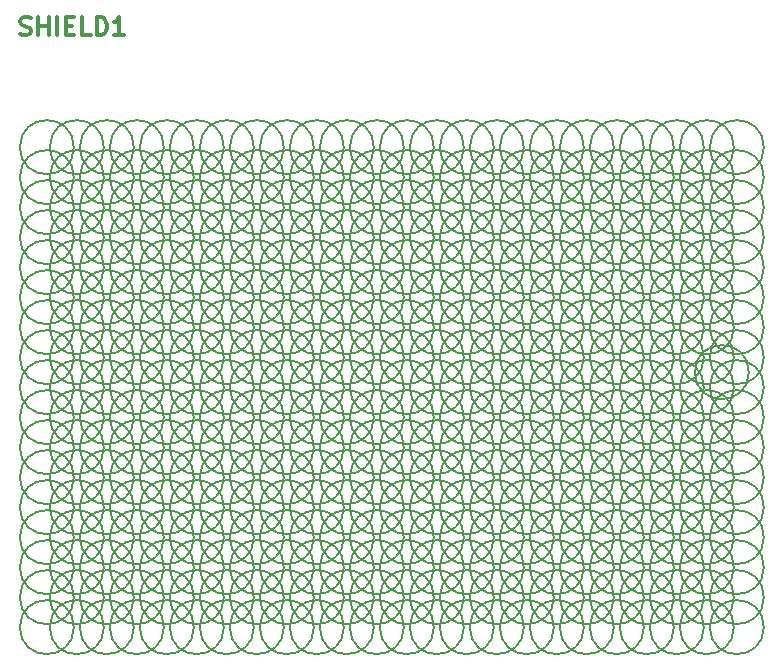
<source format=gbr>
G04 #@! TF.FileFunction,Legend,Top*
%FSLAX46Y46*%
G04 Gerber Fmt 4.6, Leading zero omitted, Abs format (unit mm)*
G04 Created by KiCad (PCBNEW 0.201506062246+5717~23~ubuntu15.04.1-product) date Mo 08 Jun 2015 14:36:56 CEST*
%MOMM*%
G01*
G04 APERTURE LIST*
%ADD10C,0.100000*%
%ADD11C,0.150000*%
%ADD12C,0.304800*%
G04 APERTURE END LIST*
D10*
D11*
X65786000Y7620000D02*
G75*
G03X65786000Y7620000I-2286000J0D01*
G01*
X63246000Y7620000D02*
G75*
G03X63246000Y7620000I-2286000J0D01*
G01*
X60706000Y7620000D02*
G75*
G03X60706000Y7620000I-2286000J0D01*
G01*
X58166000Y7620000D02*
G75*
G03X58166000Y7620000I-2286000J0D01*
G01*
X55626000Y7620000D02*
G75*
G03X55626000Y7620000I-2286000J0D01*
G01*
X53086000Y7620000D02*
G75*
G03X53086000Y7620000I-2286000J0D01*
G01*
X50546000Y7620000D02*
G75*
G03X50546000Y7620000I-2286000J0D01*
G01*
X48006000Y7620000D02*
G75*
G03X48006000Y7620000I-2286000J0D01*
G01*
X45466000Y7620000D02*
G75*
G03X45466000Y7620000I-2286000J0D01*
G01*
X42926000Y7620000D02*
G75*
G03X42926000Y7620000I-2286000J0D01*
G01*
X40386000Y7620000D02*
G75*
G03X40386000Y7620000I-2286000J0D01*
G01*
X37846000Y7620000D02*
G75*
G03X37846000Y7620000I-2286000J0D01*
G01*
X35306000Y7620000D02*
G75*
G03X35306000Y7620000I-2286000J0D01*
G01*
X32766000Y7620000D02*
G75*
G03X32766000Y7620000I-2286000J0D01*
G01*
X30226000Y7620000D02*
G75*
G03X30226000Y7620000I-2286000J0D01*
G01*
X27686000Y7620000D02*
G75*
G03X27686000Y7620000I-2286000J0D01*
G01*
X25146000Y7620000D02*
G75*
G03X25146000Y7620000I-2286000J0D01*
G01*
X22606000Y7620000D02*
G75*
G03X22606000Y7620000I-2286000J0D01*
G01*
X20066000Y7620000D02*
G75*
G03X20066000Y7620000I-2286000J0D01*
G01*
X17526000Y7620000D02*
G75*
G03X17526000Y7620000I-2286000J0D01*
G01*
X14986000Y7620000D02*
G75*
G03X14986000Y7620000I-2286000J0D01*
G01*
X12446000Y7620000D02*
G75*
G03X12446000Y7620000I-2286000J0D01*
G01*
X9906000Y7620000D02*
G75*
G03X9906000Y7620000I-2286000J0D01*
G01*
X7366000Y7620000D02*
G75*
G03X7366000Y7620000I-2286000J0D01*
G01*
X65786000Y10160000D02*
G75*
G03X65786000Y10160000I-2286000J0D01*
G01*
X63246000Y10160000D02*
G75*
G03X63246000Y10160000I-2286000J0D01*
G01*
X60706000Y10160000D02*
G75*
G03X60706000Y10160000I-2286000J0D01*
G01*
X58166000Y10160000D02*
G75*
G03X58166000Y10160000I-2286000J0D01*
G01*
X55626000Y10160000D02*
G75*
G03X55626000Y10160000I-2286000J0D01*
G01*
X53086000Y10160000D02*
G75*
G03X53086000Y10160000I-2286000J0D01*
G01*
X50546000Y10160000D02*
G75*
G03X50546000Y10160000I-2286000J0D01*
G01*
X48006000Y10160000D02*
G75*
G03X48006000Y10160000I-2286000J0D01*
G01*
X45466000Y10160000D02*
G75*
G03X45466000Y10160000I-2286000J0D01*
G01*
X42926000Y10160000D02*
G75*
G03X42926000Y10160000I-2286000J0D01*
G01*
X40386000Y10160000D02*
G75*
G03X40386000Y10160000I-2286000J0D01*
G01*
X37846000Y10160000D02*
G75*
G03X37846000Y10160000I-2286000J0D01*
G01*
X35306000Y10160000D02*
G75*
G03X35306000Y10160000I-2286000J0D01*
G01*
X32766000Y10160000D02*
G75*
G03X32766000Y10160000I-2286000J0D01*
G01*
X30226000Y10160000D02*
G75*
G03X30226000Y10160000I-2286000J0D01*
G01*
X27686000Y10160000D02*
G75*
G03X27686000Y10160000I-2286000J0D01*
G01*
X25146000Y10160000D02*
G75*
G03X25146000Y10160000I-2286000J0D01*
G01*
X22606000Y10160000D02*
G75*
G03X22606000Y10160000I-2286000J0D01*
G01*
X20066000Y10160000D02*
G75*
G03X20066000Y10160000I-2286000J0D01*
G01*
X17526000Y10160000D02*
G75*
G03X17526000Y10160000I-2286000J0D01*
G01*
X14986000Y10160000D02*
G75*
G03X14986000Y10160000I-2286000J0D01*
G01*
X12446000Y10160000D02*
G75*
G03X12446000Y10160000I-2286000J0D01*
G01*
X9906000Y10160000D02*
G75*
G03X9906000Y10160000I-2286000J0D01*
G01*
X7366000Y10160000D02*
G75*
G03X7366000Y10160000I-2286000J0D01*
G01*
X65786000Y12700000D02*
G75*
G03X65786000Y12700000I-2286000J0D01*
G01*
X63246000Y12700000D02*
G75*
G03X63246000Y12700000I-2286000J0D01*
G01*
X60706000Y12700000D02*
G75*
G03X60706000Y12700000I-2286000J0D01*
G01*
X58166000Y12700000D02*
G75*
G03X58166000Y12700000I-2286000J0D01*
G01*
X55626000Y12700000D02*
G75*
G03X55626000Y12700000I-2286000J0D01*
G01*
X53086000Y12700000D02*
G75*
G03X53086000Y12700000I-2286000J0D01*
G01*
X50546000Y12700000D02*
G75*
G03X50546000Y12700000I-2286000J0D01*
G01*
X48006000Y12700000D02*
G75*
G03X48006000Y12700000I-2286000J0D01*
G01*
X45466000Y12700000D02*
G75*
G03X45466000Y12700000I-2286000J0D01*
G01*
X42926000Y12700000D02*
G75*
G03X42926000Y12700000I-2286000J0D01*
G01*
X40386000Y12700000D02*
G75*
G03X40386000Y12700000I-2286000J0D01*
G01*
X37846000Y12700000D02*
G75*
G03X37846000Y12700000I-2286000J0D01*
G01*
X35306000Y12700000D02*
G75*
G03X35306000Y12700000I-2286000J0D01*
G01*
X32766000Y12700000D02*
G75*
G03X32766000Y12700000I-2286000J0D01*
G01*
X30226000Y12700000D02*
G75*
G03X30226000Y12700000I-2286000J0D01*
G01*
X27686000Y12700000D02*
G75*
G03X27686000Y12700000I-2286000J0D01*
G01*
X25146000Y12700000D02*
G75*
G03X25146000Y12700000I-2286000J0D01*
G01*
X22606000Y12700000D02*
G75*
G03X22606000Y12700000I-2286000J0D01*
G01*
X20066000Y12700000D02*
G75*
G03X20066000Y12700000I-2286000J0D01*
G01*
X17526000Y12700000D02*
G75*
G03X17526000Y12700000I-2286000J0D01*
G01*
X14986000Y12700000D02*
G75*
G03X14986000Y12700000I-2286000J0D01*
G01*
X12446000Y12700000D02*
G75*
G03X12446000Y12700000I-2286000J0D01*
G01*
X9906000Y12700000D02*
G75*
G03X9906000Y12700000I-2286000J0D01*
G01*
X7366000Y12700000D02*
G75*
G03X7366000Y12700000I-2286000J0D01*
G01*
X65786000Y15240000D02*
G75*
G03X65786000Y15240000I-2286000J0D01*
G01*
X63246000Y15240000D02*
G75*
G03X63246000Y15240000I-2286000J0D01*
G01*
X60706000Y15240000D02*
G75*
G03X60706000Y15240000I-2286000J0D01*
G01*
X58166000Y15240000D02*
G75*
G03X58166000Y15240000I-2286000J0D01*
G01*
X55626000Y15240000D02*
G75*
G03X55626000Y15240000I-2286000J0D01*
G01*
X53086000Y15240000D02*
G75*
G03X53086000Y15240000I-2286000J0D01*
G01*
X50546000Y15240000D02*
G75*
G03X50546000Y15240000I-2286000J0D01*
G01*
X48006000Y15240000D02*
G75*
G03X48006000Y15240000I-2286000J0D01*
G01*
X45466000Y15240000D02*
G75*
G03X45466000Y15240000I-2286000J0D01*
G01*
X42926000Y15240000D02*
G75*
G03X42926000Y15240000I-2286000J0D01*
G01*
X40386000Y15240000D02*
G75*
G03X40386000Y15240000I-2286000J0D01*
G01*
X37846000Y15240000D02*
G75*
G03X37846000Y15240000I-2286000J0D01*
G01*
X35306000Y15240000D02*
G75*
G03X35306000Y15240000I-2286000J0D01*
G01*
X32766000Y15240000D02*
G75*
G03X32766000Y15240000I-2286000J0D01*
G01*
X30226000Y15240000D02*
G75*
G03X30226000Y15240000I-2286000J0D01*
G01*
X27686000Y15240000D02*
G75*
G03X27686000Y15240000I-2286000J0D01*
G01*
X25146000Y15240000D02*
G75*
G03X25146000Y15240000I-2286000J0D01*
G01*
X22606000Y15240000D02*
G75*
G03X22606000Y15240000I-2286000J0D01*
G01*
X20066000Y15240000D02*
G75*
G03X20066000Y15240000I-2286000J0D01*
G01*
X17526000Y15240000D02*
G75*
G03X17526000Y15240000I-2286000J0D01*
G01*
X14986000Y15240000D02*
G75*
G03X14986000Y15240000I-2286000J0D01*
G01*
X12446000Y15240000D02*
G75*
G03X12446000Y15240000I-2286000J0D01*
G01*
X9906000Y15240000D02*
G75*
G03X9906000Y15240000I-2286000J0D01*
G01*
X7366000Y15240000D02*
G75*
G03X7366000Y15240000I-2286000J0D01*
G01*
X65786000Y17780000D02*
G75*
G03X65786000Y17780000I-2286000J0D01*
G01*
X63246000Y17780000D02*
G75*
G03X63246000Y17780000I-2286000J0D01*
G01*
X60706000Y17780000D02*
G75*
G03X60706000Y17780000I-2286000J0D01*
G01*
X58166000Y17780000D02*
G75*
G03X58166000Y17780000I-2286000J0D01*
G01*
X55626000Y17780000D02*
G75*
G03X55626000Y17780000I-2286000J0D01*
G01*
X53086000Y17780000D02*
G75*
G03X53086000Y17780000I-2286000J0D01*
G01*
X50546000Y17780000D02*
G75*
G03X50546000Y17780000I-2286000J0D01*
G01*
X48006000Y17780000D02*
G75*
G03X48006000Y17780000I-2286000J0D01*
G01*
X45466000Y17780000D02*
G75*
G03X45466000Y17780000I-2286000J0D01*
G01*
X42926000Y17780000D02*
G75*
G03X42926000Y17780000I-2286000J0D01*
G01*
X40386000Y17780000D02*
G75*
G03X40386000Y17780000I-2286000J0D01*
G01*
X37846000Y17780000D02*
G75*
G03X37846000Y17780000I-2286000J0D01*
G01*
X35306000Y17780000D02*
G75*
G03X35306000Y17780000I-2286000J0D01*
G01*
X32766000Y17780000D02*
G75*
G03X32766000Y17780000I-2286000J0D01*
G01*
X30226000Y17780000D02*
G75*
G03X30226000Y17780000I-2286000J0D01*
G01*
X27686000Y17780000D02*
G75*
G03X27686000Y17780000I-2286000J0D01*
G01*
X25146000Y17780000D02*
G75*
G03X25146000Y17780000I-2286000J0D01*
G01*
X22606000Y17780000D02*
G75*
G03X22606000Y17780000I-2286000J0D01*
G01*
X20066000Y17780000D02*
G75*
G03X20066000Y17780000I-2286000J0D01*
G01*
X17526000Y17780000D02*
G75*
G03X17526000Y17780000I-2286000J0D01*
G01*
X14986000Y17780000D02*
G75*
G03X14986000Y17780000I-2286000J0D01*
G01*
X12446000Y17780000D02*
G75*
G03X12446000Y17780000I-2286000J0D01*
G01*
X9906000Y17780000D02*
G75*
G03X9906000Y17780000I-2286000J0D01*
G01*
X7366000Y17780000D02*
G75*
G03X7366000Y17780000I-2286000J0D01*
G01*
X65786000Y20320000D02*
G75*
G03X65786000Y20320000I-2286000J0D01*
G01*
X63246000Y20320000D02*
G75*
G03X63246000Y20320000I-2286000J0D01*
G01*
X60706000Y20320000D02*
G75*
G03X60706000Y20320000I-2286000J0D01*
G01*
X58166000Y20320000D02*
G75*
G03X58166000Y20320000I-2286000J0D01*
G01*
X55626000Y20320000D02*
G75*
G03X55626000Y20320000I-2286000J0D01*
G01*
X53086000Y20320000D02*
G75*
G03X53086000Y20320000I-2286000J0D01*
G01*
X50546000Y20320000D02*
G75*
G03X50546000Y20320000I-2286000J0D01*
G01*
X48006000Y20320000D02*
G75*
G03X48006000Y20320000I-2286000J0D01*
G01*
X45466000Y20320000D02*
G75*
G03X45466000Y20320000I-2286000J0D01*
G01*
X42926000Y20320000D02*
G75*
G03X42926000Y20320000I-2286000J0D01*
G01*
X40386000Y20320000D02*
G75*
G03X40386000Y20320000I-2286000J0D01*
G01*
X37846000Y20320000D02*
G75*
G03X37846000Y20320000I-2286000J0D01*
G01*
X35306000Y20320000D02*
G75*
G03X35306000Y20320000I-2286000J0D01*
G01*
X32766000Y20320000D02*
G75*
G03X32766000Y20320000I-2286000J0D01*
G01*
X30226000Y20320000D02*
G75*
G03X30226000Y20320000I-2286000J0D01*
G01*
X27686000Y20320000D02*
G75*
G03X27686000Y20320000I-2286000J0D01*
G01*
X25146000Y20320000D02*
G75*
G03X25146000Y20320000I-2286000J0D01*
G01*
X22606000Y20320000D02*
G75*
G03X22606000Y20320000I-2286000J0D01*
G01*
X20066000Y20320000D02*
G75*
G03X20066000Y20320000I-2286000J0D01*
G01*
X17526000Y20320000D02*
G75*
G03X17526000Y20320000I-2286000J0D01*
G01*
X14986000Y20320000D02*
G75*
G03X14986000Y20320000I-2286000J0D01*
G01*
X12446000Y20320000D02*
G75*
G03X12446000Y20320000I-2286000J0D01*
G01*
X9906000Y20320000D02*
G75*
G03X9906000Y20320000I-2286000J0D01*
G01*
X7366000Y20320000D02*
G75*
G03X7366000Y20320000I-2286000J0D01*
G01*
X65786000Y22860000D02*
G75*
G03X65786000Y22860000I-2286000J0D01*
G01*
X63246000Y22860000D02*
G75*
G03X63246000Y22860000I-2286000J0D01*
G01*
X60706000Y22860000D02*
G75*
G03X60706000Y22860000I-2286000J0D01*
G01*
X58166000Y22860000D02*
G75*
G03X58166000Y22860000I-2286000J0D01*
G01*
X55626000Y22860000D02*
G75*
G03X55626000Y22860000I-2286000J0D01*
G01*
X53086000Y22860000D02*
G75*
G03X53086000Y22860000I-2286000J0D01*
G01*
X50546000Y22860000D02*
G75*
G03X50546000Y22860000I-2286000J0D01*
G01*
X48006000Y22860000D02*
G75*
G03X48006000Y22860000I-2286000J0D01*
G01*
X45466000Y22860000D02*
G75*
G03X45466000Y22860000I-2286000J0D01*
G01*
X42926000Y22860000D02*
G75*
G03X42926000Y22860000I-2286000J0D01*
G01*
X40386000Y22860000D02*
G75*
G03X40386000Y22860000I-2286000J0D01*
G01*
X37846000Y22860000D02*
G75*
G03X37846000Y22860000I-2286000J0D01*
G01*
X35306000Y22860000D02*
G75*
G03X35306000Y22860000I-2286000J0D01*
G01*
X32766000Y22860000D02*
G75*
G03X32766000Y22860000I-2286000J0D01*
G01*
X30226000Y22860000D02*
G75*
G03X30226000Y22860000I-2286000J0D01*
G01*
X27686000Y22860000D02*
G75*
G03X27686000Y22860000I-2286000J0D01*
G01*
X25146000Y22860000D02*
G75*
G03X25146000Y22860000I-2286000J0D01*
G01*
X22606000Y22860000D02*
G75*
G03X22606000Y22860000I-2286000J0D01*
G01*
X20066000Y22860000D02*
G75*
G03X20066000Y22860000I-2286000J0D01*
G01*
X17526000Y22860000D02*
G75*
G03X17526000Y22860000I-2286000J0D01*
G01*
X14986000Y22860000D02*
G75*
G03X14986000Y22860000I-2286000J0D01*
G01*
X12446000Y22860000D02*
G75*
G03X12446000Y22860000I-2286000J0D01*
G01*
X9906000Y22860000D02*
G75*
G03X9906000Y22860000I-2286000J0D01*
G01*
X7366000Y22860000D02*
G75*
G03X7366000Y22860000I-2286000J0D01*
G01*
X65786000Y25400000D02*
G75*
G03X65786000Y25400000I-2286000J0D01*
G01*
X63246000Y25400000D02*
G75*
G03X63246000Y25400000I-2286000J0D01*
G01*
X60706000Y25400000D02*
G75*
G03X60706000Y25400000I-2286000J0D01*
G01*
X58166000Y25400000D02*
G75*
G03X58166000Y25400000I-2286000J0D01*
G01*
X55626000Y25400000D02*
G75*
G03X55626000Y25400000I-2286000J0D01*
G01*
X53086000Y25400000D02*
G75*
G03X53086000Y25400000I-2286000J0D01*
G01*
X50546000Y25400000D02*
G75*
G03X50546000Y25400000I-2286000J0D01*
G01*
X48006000Y25400000D02*
G75*
G03X48006000Y25400000I-2286000J0D01*
G01*
X45466000Y25400000D02*
G75*
G03X45466000Y25400000I-2286000J0D01*
G01*
X42926000Y25400000D02*
G75*
G03X42926000Y25400000I-2286000J0D01*
G01*
X40386000Y25400000D02*
G75*
G03X40386000Y25400000I-2286000J0D01*
G01*
X37846000Y25400000D02*
G75*
G03X37846000Y25400000I-2286000J0D01*
G01*
X35306000Y25400000D02*
G75*
G03X35306000Y25400000I-2286000J0D01*
G01*
X32766000Y25400000D02*
G75*
G03X32766000Y25400000I-2286000J0D01*
G01*
X30226000Y25400000D02*
G75*
G03X30226000Y25400000I-2286000J0D01*
G01*
X27686000Y25400000D02*
G75*
G03X27686000Y25400000I-2286000J0D01*
G01*
X25146000Y25400000D02*
G75*
G03X25146000Y25400000I-2286000J0D01*
G01*
X22606000Y25400000D02*
G75*
G03X22606000Y25400000I-2286000J0D01*
G01*
X20066000Y25400000D02*
G75*
G03X20066000Y25400000I-2286000J0D01*
G01*
X17526000Y25400000D02*
G75*
G03X17526000Y25400000I-2286000J0D01*
G01*
X14986000Y25400000D02*
G75*
G03X14986000Y25400000I-2286000J0D01*
G01*
X12446000Y25400000D02*
G75*
G03X12446000Y25400000I-2286000J0D01*
G01*
X9906000Y25400000D02*
G75*
G03X9906000Y25400000I-2286000J0D01*
G01*
X7366000Y25400000D02*
G75*
G03X7366000Y25400000I-2286000J0D01*
G01*
X65786000Y27940000D02*
G75*
G03X65786000Y27940000I-2286000J0D01*
G01*
X63246000Y27940000D02*
G75*
G03X63246000Y27940000I-2286000J0D01*
G01*
X60706000Y27940000D02*
G75*
G03X60706000Y27940000I-2286000J0D01*
G01*
X58166000Y27940000D02*
G75*
G03X58166000Y27940000I-2286000J0D01*
G01*
X55626000Y27940000D02*
G75*
G03X55626000Y27940000I-2286000J0D01*
G01*
X53086000Y27940000D02*
G75*
G03X53086000Y27940000I-2286000J0D01*
G01*
X50546000Y27940000D02*
G75*
G03X50546000Y27940000I-2286000J0D01*
G01*
X48006000Y27940000D02*
G75*
G03X48006000Y27940000I-2286000J0D01*
G01*
X45466000Y27940000D02*
G75*
G03X45466000Y27940000I-2286000J0D01*
G01*
X42926000Y27940000D02*
G75*
G03X42926000Y27940000I-2286000J0D01*
G01*
X40386000Y27940000D02*
G75*
G03X40386000Y27940000I-2286000J0D01*
G01*
X37846000Y27940000D02*
G75*
G03X37846000Y27940000I-2286000J0D01*
G01*
X35306000Y27940000D02*
G75*
G03X35306000Y27940000I-2286000J0D01*
G01*
X32766000Y27940000D02*
G75*
G03X32766000Y27940000I-2286000J0D01*
G01*
X30226000Y27940000D02*
G75*
G03X30226000Y27940000I-2286000J0D01*
G01*
X27686000Y27940000D02*
G75*
G03X27686000Y27940000I-2286000J0D01*
G01*
X25146000Y27940000D02*
G75*
G03X25146000Y27940000I-2286000J0D01*
G01*
X22606000Y27940000D02*
G75*
G03X22606000Y27940000I-2286000J0D01*
G01*
X20066000Y27940000D02*
G75*
G03X20066000Y27940000I-2286000J0D01*
G01*
X17526000Y27940000D02*
G75*
G03X17526000Y27940000I-2286000J0D01*
G01*
X14986000Y27940000D02*
G75*
G03X14986000Y27940000I-2286000J0D01*
G01*
X12446000Y27940000D02*
G75*
G03X12446000Y27940000I-2286000J0D01*
G01*
X9906000Y27940000D02*
G75*
G03X9906000Y27940000I-2286000J0D01*
G01*
X7366000Y27940000D02*
G75*
G03X7366000Y27940000I-2286000J0D01*
G01*
X65786000Y30480000D02*
G75*
G03X65786000Y30480000I-2286000J0D01*
G01*
X63246000Y30480000D02*
G75*
G03X63246000Y30480000I-2286000J0D01*
G01*
X60706000Y30480000D02*
G75*
G03X60706000Y30480000I-2286000J0D01*
G01*
X58166000Y30480000D02*
G75*
G03X58166000Y30480000I-2286000J0D01*
G01*
X55626000Y30480000D02*
G75*
G03X55626000Y30480000I-2286000J0D01*
G01*
X53086000Y30480000D02*
G75*
G03X53086000Y30480000I-2286000J0D01*
G01*
X50546000Y30480000D02*
G75*
G03X50546000Y30480000I-2286000J0D01*
G01*
X48006000Y30480000D02*
G75*
G03X48006000Y30480000I-2286000J0D01*
G01*
X45466000Y30480000D02*
G75*
G03X45466000Y30480000I-2286000J0D01*
G01*
X42926000Y30480000D02*
G75*
G03X42926000Y30480000I-2286000J0D01*
G01*
X40386000Y30480000D02*
G75*
G03X40386000Y30480000I-2286000J0D01*
G01*
X37846000Y30480000D02*
G75*
G03X37846000Y30480000I-2286000J0D01*
G01*
X35306000Y30480000D02*
G75*
G03X35306000Y30480000I-2286000J0D01*
G01*
X32766000Y30480000D02*
G75*
G03X32766000Y30480000I-2286000J0D01*
G01*
X30226000Y30480000D02*
G75*
G03X30226000Y30480000I-2286000J0D01*
G01*
X27686000Y30480000D02*
G75*
G03X27686000Y30480000I-2286000J0D01*
G01*
X25146000Y30480000D02*
G75*
G03X25146000Y30480000I-2286000J0D01*
G01*
X22606000Y30480000D02*
G75*
G03X22606000Y30480000I-2286000J0D01*
G01*
X20066000Y30480000D02*
G75*
G03X20066000Y30480000I-2286000J0D01*
G01*
X17526000Y30480000D02*
G75*
G03X17526000Y30480000I-2286000J0D01*
G01*
X14986000Y30480000D02*
G75*
G03X14986000Y30480000I-2286000J0D01*
G01*
X12446000Y30480000D02*
G75*
G03X12446000Y30480000I-2286000J0D01*
G01*
X9906000Y30480000D02*
G75*
G03X9906000Y30480000I-2286000J0D01*
G01*
X7366000Y30480000D02*
G75*
G03X7366000Y30480000I-2286000J0D01*
G01*
X65786000Y33020000D02*
G75*
G03X65786000Y33020000I-2286000J0D01*
G01*
X63246000Y33020000D02*
G75*
G03X63246000Y33020000I-2286000J0D01*
G01*
X60706000Y33020000D02*
G75*
G03X60706000Y33020000I-2286000J0D01*
G01*
X58166000Y33020000D02*
G75*
G03X58166000Y33020000I-2286000J0D01*
G01*
X55626000Y33020000D02*
G75*
G03X55626000Y33020000I-2286000J0D01*
G01*
X53086000Y33020000D02*
G75*
G03X53086000Y33020000I-2286000J0D01*
G01*
X50546000Y33020000D02*
G75*
G03X50546000Y33020000I-2286000J0D01*
G01*
X48006000Y33020000D02*
G75*
G03X48006000Y33020000I-2286000J0D01*
G01*
X45466000Y33020000D02*
G75*
G03X45466000Y33020000I-2286000J0D01*
G01*
X42926000Y33020000D02*
G75*
G03X42926000Y33020000I-2286000J0D01*
G01*
X40386000Y33020000D02*
G75*
G03X40386000Y33020000I-2286000J0D01*
G01*
X37846000Y33020000D02*
G75*
G03X37846000Y33020000I-2286000J0D01*
G01*
X35306000Y33020000D02*
G75*
G03X35306000Y33020000I-2286000J0D01*
G01*
X32766000Y33020000D02*
G75*
G03X32766000Y33020000I-2286000J0D01*
G01*
X30226000Y33020000D02*
G75*
G03X30226000Y33020000I-2286000J0D01*
G01*
X27686000Y33020000D02*
G75*
G03X27686000Y33020000I-2286000J0D01*
G01*
X25146000Y33020000D02*
G75*
G03X25146000Y33020000I-2286000J0D01*
G01*
X22606000Y33020000D02*
G75*
G03X22606000Y33020000I-2286000J0D01*
G01*
X20066000Y33020000D02*
G75*
G03X20066000Y33020000I-2286000J0D01*
G01*
X17526000Y33020000D02*
G75*
G03X17526000Y33020000I-2286000J0D01*
G01*
X14986000Y33020000D02*
G75*
G03X14986000Y33020000I-2286000J0D01*
G01*
X12446000Y33020000D02*
G75*
G03X12446000Y33020000I-2286000J0D01*
G01*
X9906000Y33020000D02*
G75*
G03X9906000Y33020000I-2286000J0D01*
G01*
X7366000Y33020000D02*
G75*
G03X7366000Y33020000I-2286000J0D01*
G01*
X65786000Y35560000D02*
G75*
G03X65786000Y35560000I-2286000J0D01*
G01*
X63246000Y35560000D02*
G75*
G03X63246000Y35560000I-2286000J0D01*
G01*
X60706000Y35560000D02*
G75*
G03X60706000Y35560000I-2286000J0D01*
G01*
X58166000Y35560000D02*
G75*
G03X58166000Y35560000I-2286000J0D01*
G01*
X55626000Y35560000D02*
G75*
G03X55626000Y35560000I-2286000J0D01*
G01*
X53086000Y35560000D02*
G75*
G03X53086000Y35560000I-2286000J0D01*
G01*
X50546000Y35560000D02*
G75*
G03X50546000Y35560000I-2286000J0D01*
G01*
X48006000Y35560000D02*
G75*
G03X48006000Y35560000I-2286000J0D01*
G01*
X45466000Y35560000D02*
G75*
G03X45466000Y35560000I-2286000J0D01*
G01*
X42926000Y35560000D02*
G75*
G03X42926000Y35560000I-2286000J0D01*
G01*
X40386000Y35560000D02*
G75*
G03X40386000Y35560000I-2286000J0D01*
G01*
X37846000Y35560000D02*
G75*
G03X37846000Y35560000I-2286000J0D01*
G01*
X35306000Y35560000D02*
G75*
G03X35306000Y35560000I-2286000J0D01*
G01*
X32766000Y35560000D02*
G75*
G03X32766000Y35560000I-2286000J0D01*
G01*
X30226000Y35560000D02*
G75*
G03X30226000Y35560000I-2286000J0D01*
G01*
X27686000Y35560000D02*
G75*
G03X27686000Y35560000I-2286000J0D01*
G01*
X25146000Y35560000D02*
G75*
G03X25146000Y35560000I-2286000J0D01*
G01*
X22606000Y35560000D02*
G75*
G03X22606000Y35560000I-2286000J0D01*
G01*
X20066000Y35560000D02*
G75*
G03X20066000Y35560000I-2286000J0D01*
G01*
X17526000Y35560000D02*
G75*
G03X17526000Y35560000I-2286000J0D01*
G01*
X14986000Y35560000D02*
G75*
G03X14986000Y35560000I-2286000J0D01*
G01*
X12446000Y35560000D02*
G75*
G03X12446000Y35560000I-2286000J0D01*
G01*
X9906000Y35560000D02*
G75*
G03X9906000Y35560000I-2286000J0D01*
G01*
X7366000Y35560000D02*
G75*
G03X7366000Y35560000I-2286000J0D01*
G01*
X65786000Y38100000D02*
G75*
G03X65786000Y38100000I-2286000J0D01*
G01*
X63246000Y38100000D02*
G75*
G03X63246000Y38100000I-2286000J0D01*
G01*
X60706000Y38100000D02*
G75*
G03X60706000Y38100000I-2286000J0D01*
G01*
X58166000Y38100000D02*
G75*
G03X58166000Y38100000I-2286000J0D01*
G01*
X55626000Y38100000D02*
G75*
G03X55626000Y38100000I-2286000J0D01*
G01*
X53086000Y38100000D02*
G75*
G03X53086000Y38100000I-2286000J0D01*
G01*
X50546000Y38100000D02*
G75*
G03X50546000Y38100000I-2286000J0D01*
G01*
X48006000Y38100000D02*
G75*
G03X48006000Y38100000I-2286000J0D01*
G01*
X45466000Y38100000D02*
G75*
G03X45466000Y38100000I-2286000J0D01*
G01*
X42926000Y38100000D02*
G75*
G03X42926000Y38100000I-2286000J0D01*
G01*
X40386000Y38100000D02*
G75*
G03X40386000Y38100000I-2286000J0D01*
G01*
X37846000Y38100000D02*
G75*
G03X37846000Y38100000I-2286000J0D01*
G01*
X35306000Y38100000D02*
G75*
G03X35306000Y38100000I-2286000J0D01*
G01*
X32766000Y38100000D02*
G75*
G03X32766000Y38100000I-2286000J0D01*
G01*
X30226000Y38100000D02*
G75*
G03X30226000Y38100000I-2286000J0D01*
G01*
X27686000Y38100000D02*
G75*
G03X27686000Y38100000I-2286000J0D01*
G01*
X25146000Y38100000D02*
G75*
G03X25146000Y38100000I-2286000J0D01*
G01*
X22606000Y38100000D02*
G75*
G03X22606000Y38100000I-2286000J0D01*
G01*
X20066000Y38100000D02*
G75*
G03X20066000Y38100000I-2286000J0D01*
G01*
X17526000Y38100000D02*
G75*
G03X17526000Y38100000I-2286000J0D01*
G01*
X14986000Y38100000D02*
G75*
G03X14986000Y38100000I-2286000J0D01*
G01*
X12446000Y38100000D02*
G75*
G03X12446000Y38100000I-2286000J0D01*
G01*
X9906000Y38100000D02*
G75*
G03X9906000Y38100000I-2286000J0D01*
G01*
X7366000Y38100000D02*
G75*
G03X7366000Y38100000I-2286000J0D01*
G01*
X65786000Y40640000D02*
G75*
G03X65786000Y40640000I-2286000J0D01*
G01*
X63246000Y40640000D02*
G75*
G03X63246000Y40640000I-2286000J0D01*
G01*
X60706000Y40640000D02*
G75*
G03X60706000Y40640000I-2286000J0D01*
G01*
X58166000Y40640000D02*
G75*
G03X58166000Y40640000I-2286000J0D01*
G01*
X55626000Y40640000D02*
G75*
G03X55626000Y40640000I-2286000J0D01*
G01*
X53086000Y40640000D02*
G75*
G03X53086000Y40640000I-2286000J0D01*
G01*
X50546000Y40640000D02*
G75*
G03X50546000Y40640000I-2286000J0D01*
G01*
X48006000Y40640000D02*
G75*
G03X48006000Y40640000I-2286000J0D01*
G01*
X45466000Y40640000D02*
G75*
G03X45466000Y40640000I-2286000J0D01*
G01*
X42926000Y40640000D02*
G75*
G03X42926000Y40640000I-2286000J0D01*
G01*
X40386000Y40640000D02*
G75*
G03X40386000Y40640000I-2286000J0D01*
G01*
X37846000Y40640000D02*
G75*
G03X37846000Y40640000I-2286000J0D01*
G01*
X35306000Y40640000D02*
G75*
G03X35306000Y40640000I-2286000J0D01*
G01*
X32766000Y40640000D02*
G75*
G03X32766000Y40640000I-2286000J0D01*
G01*
X30226000Y40640000D02*
G75*
G03X30226000Y40640000I-2286000J0D01*
G01*
X27686000Y40640000D02*
G75*
G03X27686000Y40640000I-2286000J0D01*
G01*
X25146000Y40640000D02*
G75*
G03X25146000Y40640000I-2286000J0D01*
G01*
X22606000Y40640000D02*
G75*
G03X22606000Y40640000I-2286000J0D01*
G01*
X20066000Y40640000D02*
G75*
G03X20066000Y40640000I-2286000J0D01*
G01*
X17526000Y40640000D02*
G75*
G03X17526000Y40640000I-2286000J0D01*
G01*
X14986000Y40640000D02*
G75*
G03X14986000Y40640000I-2286000J0D01*
G01*
X12446000Y40640000D02*
G75*
G03X12446000Y40640000I-2286000J0D01*
G01*
X9906000Y40640000D02*
G75*
G03X9906000Y40640000I-2286000J0D01*
G01*
X7366000Y40640000D02*
G75*
G03X7366000Y40640000I-2286000J0D01*
G01*
X65786000Y43180000D02*
G75*
G03X65786000Y43180000I-2286000J0D01*
G01*
X63246000Y43180000D02*
G75*
G03X63246000Y43180000I-2286000J0D01*
G01*
X60706000Y43180000D02*
G75*
G03X60706000Y43180000I-2286000J0D01*
G01*
X58166000Y43180000D02*
G75*
G03X58166000Y43180000I-2286000J0D01*
G01*
X55626000Y43180000D02*
G75*
G03X55626000Y43180000I-2286000J0D01*
G01*
X53086000Y43180000D02*
G75*
G03X53086000Y43180000I-2286000J0D01*
G01*
X50546000Y43180000D02*
G75*
G03X50546000Y43180000I-2286000J0D01*
G01*
X48006000Y43180000D02*
G75*
G03X48006000Y43180000I-2286000J0D01*
G01*
X45466000Y43180000D02*
G75*
G03X45466000Y43180000I-2286000J0D01*
G01*
X42926000Y43180000D02*
G75*
G03X42926000Y43180000I-2286000J0D01*
G01*
X40386000Y43180000D02*
G75*
G03X40386000Y43180000I-2286000J0D01*
G01*
X37846000Y43180000D02*
G75*
G03X37846000Y43180000I-2286000J0D01*
G01*
X35306000Y43180000D02*
G75*
G03X35306000Y43180000I-2286000J0D01*
G01*
X32766000Y43180000D02*
G75*
G03X32766000Y43180000I-2286000J0D01*
G01*
X30226000Y43180000D02*
G75*
G03X30226000Y43180000I-2286000J0D01*
G01*
X27686000Y43180000D02*
G75*
G03X27686000Y43180000I-2286000J0D01*
G01*
X25146000Y43180000D02*
G75*
G03X25146000Y43180000I-2286000J0D01*
G01*
X22606000Y43180000D02*
G75*
G03X22606000Y43180000I-2286000J0D01*
G01*
X20066000Y43180000D02*
G75*
G03X20066000Y43180000I-2286000J0D01*
G01*
X17526000Y43180000D02*
G75*
G03X17526000Y43180000I-2286000J0D01*
G01*
X14986000Y43180000D02*
G75*
G03X14986000Y43180000I-2286000J0D01*
G01*
X12446000Y43180000D02*
G75*
G03X12446000Y43180000I-2286000J0D01*
G01*
X9906000Y43180000D02*
G75*
G03X9906000Y43180000I-2286000J0D01*
G01*
X7366000Y43180000D02*
G75*
G03X7366000Y43180000I-2286000J0D01*
G01*
X65786000Y45720000D02*
G75*
G03X65786000Y45720000I-2286000J0D01*
G01*
X63246000Y45720000D02*
G75*
G03X63246000Y45720000I-2286000J0D01*
G01*
X60706000Y45720000D02*
G75*
G03X60706000Y45720000I-2286000J0D01*
G01*
X58166000Y45720000D02*
G75*
G03X58166000Y45720000I-2286000J0D01*
G01*
X55626000Y45720000D02*
G75*
G03X55626000Y45720000I-2286000J0D01*
G01*
X53086000Y45720000D02*
G75*
G03X53086000Y45720000I-2286000J0D01*
G01*
X50546000Y45720000D02*
G75*
G03X50546000Y45720000I-2286000J0D01*
G01*
X48006000Y45720000D02*
G75*
G03X48006000Y45720000I-2286000J0D01*
G01*
X45466000Y45720000D02*
G75*
G03X45466000Y45720000I-2286000J0D01*
G01*
X42926000Y45720000D02*
G75*
G03X42926000Y45720000I-2286000J0D01*
G01*
X40386000Y45720000D02*
G75*
G03X40386000Y45720000I-2286000J0D01*
G01*
X37846000Y45720000D02*
G75*
G03X37846000Y45720000I-2286000J0D01*
G01*
X35306000Y45720000D02*
G75*
G03X35306000Y45720000I-2286000J0D01*
G01*
X32766000Y45720000D02*
G75*
G03X32766000Y45720000I-2286000J0D01*
G01*
X30226000Y45720000D02*
G75*
G03X30226000Y45720000I-2286000J0D01*
G01*
X27686000Y45720000D02*
G75*
G03X27686000Y45720000I-2286000J0D01*
G01*
X25146000Y45720000D02*
G75*
G03X25146000Y45720000I-2286000J0D01*
G01*
X22606000Y45720000D02*
G75*
G03X22606000Y45720000I-2286000J0D01*
G01*
X20066000Y45720000D02*
G75*
G03X20066000Y45720000I-2286000J0D01*
G01*
X17526000Y45720000D02*
G75*
G03X17526000Y45720000I-2286000J0D01*
G01*
X14986000Y45720000D02*
G75*
G03X14986000Y45720000I-2286000J0D01*
G01*
X12446000Y45720000D02*
G75*
G03X12446000Y45720000I-2286000J0D01*
G01*
X9906000Y45720000D02*
G75*
G03X9906000Y45720000I-2286000J0D01*
G01*
X7366000Y45720000D02*
G75*
G03X7366000Y45720000I-2286000J0D01*
G01*
X65786000Y48260000D02*
G75*
G03X65786000Y48260000I-2286000J0D01*
G01*
X63246000Y48260000D02*
G75*
G03X63246000Y48260000I-2286000J0D01*
G01*
X60706000Y48260000D02*
G75*
G03X60706000Y48260000I-2286000J0D01*
G01*
X58166000Y48260000D02*
G75*
G03X58166000Y48260000I-2286000J0D01*
G01*
X55626000Y48260000D02*
G75*
G03X55626000Y48260000I-2286000J0D01*
G01*
X53086000Y48260000D02*
G75*
G03X53086000Y48260000I-2286000J0D01*
G01*
X50546000Y48260000D02*
G75*
G03X50546000Y48260000I-2286000J0D01*
G01*
X48006000Y48260000D02*
G75*
G03X48006000Y48260000I-2286000J0D01*
G01*
X45466000Y48260000D02*
G75*
G03X45466000Y48260000I-2286000J0D01*
G01*
X42926000Y48260000D02*
G75*
G03X42926000Y48260000I-2286000J0D01*
G01*
X40386000Y48260000D02*
G75*
G03X40386000Y48260000I-2286000J0D01*
G01*
X37846000Y48260000D02*
G75*
G03X37846000Y48260000I-2286000J0D01*
G01*
X35306000Y48260000D02*
G75*
G03X35306000Y48260000I-2286000J0D01*
G01*
X32766000Y48260000D02*
G75*
G03X32766000Y48260000I-2286000J0D01*
G01*
X30226000Y48260000D02*
G75*
G03X30226000Y48260000I-2286000J0D01*
G01*
X27686000Y48260000D02*
G75*
G03X27686000Y48260000I-2286000J0D01*
G01*
X25146000Y48260000D02*
G75*
G03X25146000Y48260000I-2286000J0D01*
G01*
X22606000Y48260000D02*
G75*
G03X22606000Y48260000I-2286000J0D01*
G01*
X20066000Y48260000D02*
G75*
G03X20066000Y48260000I-2286000J0D01*
G01*
X17526000Y48260000D02*
G75*
G03X17526000Y48260000I-2286000J0D01*
G01*
X14986000Y48260000D02*
G75*
G03X14986000Y48260000I-2286000J0D01*
G01*
X12446000Y48260000D02*
G75*
G03X12446000Y48260000I-2286000J0D01*
G01*
X9906000Y48260000D02*
G75*
G03X9906000Y48260000I-2286000J0D01*
G01*
X7366000Y48260000D02*
G75*
G03X7366000Y48260000I-2286000J0D01*
G01*
X64516000Y29210000D02*
G75*
G03X64516000Y29210000I-2286000J0D01*
G01*
D12*
X2848429Y57803143D02*
X3066143Y57730571D01*
X3429000Y57730571D01*
X3574143Y57803143D01*
X3646714Y57875714D01*
X3719286Y58020857D01*
X3719286Y58166000D01*
X3646714Y58311143D01*
X3574143Y58383714D01*
X3429000Y58456286D01*
X3138714Y58528857D01*
X2993572Y58601429D01*
X2921000Y58674000D01*
X2848429Y58819143D01*
X2848429Y58964286D01*
X2921000Y59109429D01*
X2993572Y59182000D01*
X3138714Y59254571D01*
X3501572Y59254571D01*
X3719286Y59182000D01*
X4372429Y57730571D02*
X4372429Y59254571D01*
X4372429Y58528857D02*
X5243286Y58528857D01*
X5243286Y57730571D02*
X5243286Y59254571D01*
X5969000Y57730571D02*
X5969000Y59254571D01*
X6694714Y58528857D02*
X7202714Y58528857D01*
X7420428Y57730571D02*
X6694714Y57730571D01*
X6694714Y59254571D01*
X7420428Y59254571D01*
X8799285Y57730571D02*
X8073571Y57730571D01*
X8073571Y59254571D01*
X9307285Y57730571D02*
X9307285Y59254571D01*
X9670142Y59254571D01*
X9887857Y59182000D01*
X10032999Y59036857D01*
X10105571Y58891714D01*
X10178142Y58601429D01*
X10178142Y58383714D01*
X10105571Y58093429D01*
X10032999Y57948286D01*
X9887857Y57803143D01*
X9670142Y57730571D01*
X9307285Y57730571D01*
X11629571Y57730571D02*
X10758714Y57730571D01*
X11194142Y57730571D02*
X11194142Y59254571D01*
X11048999Y59036857D01*
X10903857Y58891714D01*
X10758714Y58819143D01*
M02*

</source>
